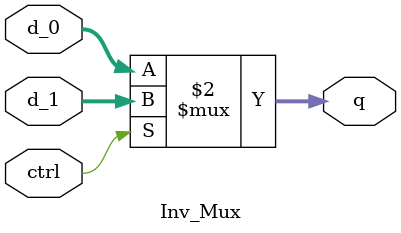
<source format=v>
module Inv_Mux(ctrl, d_0, d_1, q);

parameter m=16;

input ctrl;
input[m-1:0] d_0, d_1;
output[m-1:0] q;

wire[m-1:0] q;

assign q = (!ctrl) ? d_0 //when ctrl is 0, forward d_0 to output qx
		 : d_1;
		 
endmodule

</source>
